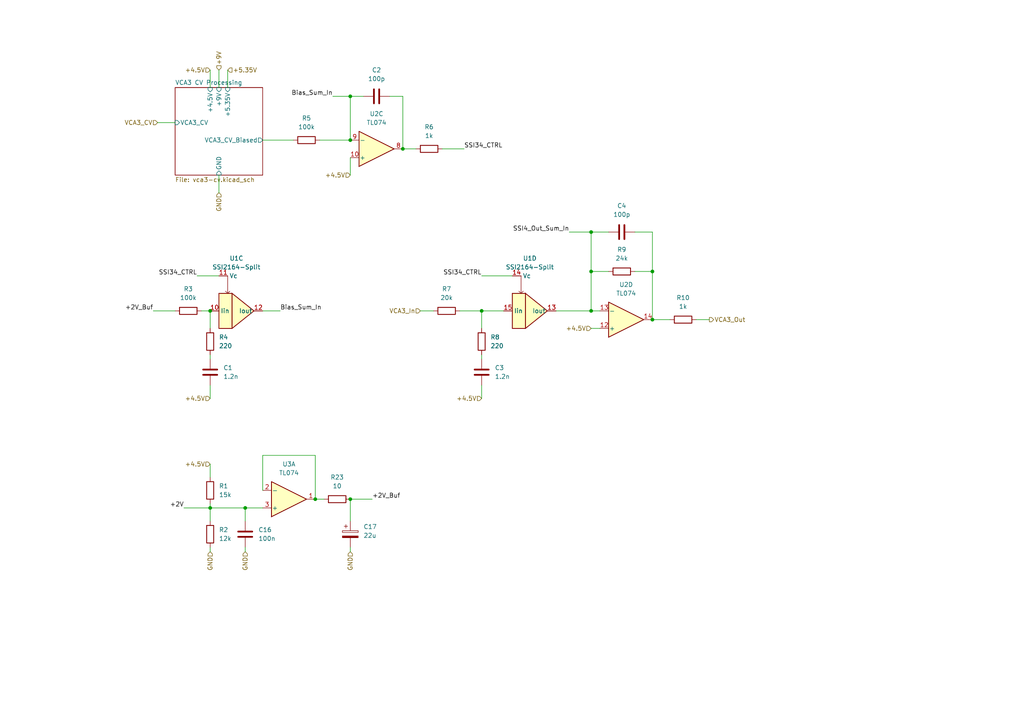
<source format=kicad_sch>
(kicad_sch (version 20211123) (generator eeschema)
  (paper "A4")
  (lib_symbols
    (symbol "Amplifier_Operational:TL074" (pin_names (offset 0.127))
      (property "Reference" "U" (at 0 5.08 0))
      (property "Value" "TL074" (at 0 -5.08 0))
      (symbol "TL074_1_1"
        (polyline (pts (xy -5.08 5.08) (xy 5.08 0) (xy -5.08 -5.08) (xy -5.08 5.08)) (stroke (width 0.254)) (fill (type background)))
        (pin output line (at 7.62 0 180) (length 2.54) (name "~") (number "1"))
        (pin input line (at -7.62 -2.54 0) (length 2.54) (name "-") (number "2"))
        (pin input line (at -7.62 2.54 0) (length 2.54) (name "+") (number "3"))
      )
      (symbol "TL074_2_1"
        (polyline (pts (xy -5.08 5.08) (xy 5.08 0) (xy -5.08 -5.08) (xy -5.08 5.08)) (stroke (width 0.254)) (fill (type background)))
        (pin input line (at -7.62 2.54 0) (length 2.54) (name "+") (number "5"))
        (pin input line (at -7.62 -2.54 0) (length 2.54) (name "-") (number "6"))
        (pin output line (at 7.62 0 180) (length 2.54) (name "~") (number "7"))
      )
      (symbol "TL074_3_1"
        (polyline (pts (xy -5.08 5.08) (xy 5.08 0) (xy -5.08 -5.08) (xy -5.08 5.08)) (stroke (width 0.254)) (fill (type background)))
        (pin input line (at -7.62 2.54 0) (length 2.54) (name "+") (number "10"))
        (pin output line (at 7.62 0 180) (length 2.54) (name "~") (number "8"))
        (pin input line (at -7.62 -2.54 0) (length 2.54) (name "-") (number "9"))
      )
      (symbol "TL074_4_1"
        (polyline (pts (xy -5.08 5.08) (xy 5.08 0) (xy -5.08 -5.08) (xy -5.08 5.08)) (stroke (width 0.254)) (fill (type background)))
        (pin input line (at -7.62 2.54 0) (length 2.54) (name "+") (number "12"))
        (pin input line (at -7.62 -2.54 0) (length 2.54) (name "-") (number "13"))
        (pin output line (at 7.62 0 180) (length 2.54) (name "~") (number "14"))
      )
      (symbol "TL074_5_1"
        (pin power_in line (at -2.54 -7.62 90) (length 3.81) (name "V-") (number "11"))
        (pin power_in line (at -2.54 7.62 270) (length 3.81) (name "V+") (number "4"))
      )
    )
    (symbol "Device:C" (pin_numbers hide) (pin_names (offset 0.254))
      (property "Reference" "C" (at 0.635 2.54 0))
      (property "Value" "C" (at 0.635 -2.54 0))
      (symbol "C_0_1"
        (polyline (pts (xy -2.032 -0.762) (xy 2.032 -0.762)) (stroke (width 0.508)))
        (polyline (pts (xy -2.032 0.762) (xy 2.032 0.762)) (stroke (width 0.508)))
      )
      (symbol "C_1_1"
        (pin passive line (at 0 3.81 270) (length 2.794) (name "~") (number "1"))
        (pin passive line (at 0 -3.81 90) (length 2.794) (name "~") (number "2"))
      )
    )
    (symbol "Device:C_Polarized" (pin_numbers hide) (pin_names (offset 0.254))
      (property "Reference" "C" (at 0.635 2.54 0))
      (property "Value" "C_Polarized" (at 0.635 -2.54 0))
      (symbol "C_Polarized_0_1"
        (rectangle (start -2.286 0.508) (end 2.286 1.016))
        (polyline (pts (xy -1.778 2.286) (xy -0.762 2.286)))
        (polyline (pts (xy -1.27 2.794) (xy -1.27 1.778)))
        (rectangle (start 2.286 -0.508) (end -2.286 -1.016) (fill (type outline)))
      )
      (symbol "C_Polarized_1_1"
        (pin passive line (at 0 3.81 270) (length 2.794) (name "~") (number "1"))
        (pin passive line (at 0 -3.81 90) (length 2.794) (name "~") (number "2"))
      )
    )
    (symbol "Device:R" (pin_numbers hide) (pin_names (offset 0))
      (property "Reference" "R" (at 2.032 0 90))
      (property "Value" "R" (at 0 0 90))
      (symbol "R_0_1"
        (rectangle (start -1.016 -2.54) (end 1.016 2.54) (stroke (width 0.254)))
      )
      (symbol "R_1_1"
        (pin passive line (at 0 3.81 270) (length 1.27) (name "~") (number "1"))
        (pin passive line (at 0 -3.81 90) (length 1.27) (name "~") (number "2"))
      )
    )
    (symbol "pedals:SSI2164-Split"
      (property "Reference" "U" (at 0 15.24 0))
      (property "Value" "SSI2164-Split" (at -7.62 -7.62 0))
      (symbol "SSI2164-Split_1_1"
        (polyline (pts (xy -2.54 5.08) (xy -3.175 5.715)))
        (polyline (pts (xy -2.54 5.08) (xy -1.905 5.715)))
        (polyline (pts (xy -2.54 10.16) (xy -2.54 5.08)))
        (polyline (pts (xy -1.27 5.08) (xy -5.08 5.08) (xy -5.08 -5.08) (xy -1.27 -5.08)) (stroke (width 0.254)) (fill (type background)))
        (polyline (pts (xy -1.27 5.08) (xy 5.08 0) (xy -1.27 -5.08) (xy -1.27 5.08)) (stroke (width 0.254)) (fill (type background)))
        (pin input line (at -7.62 0 0) (length 2.54) (name "Iin") (number "2"))
        (pin input line (at -5.08 10.16 0) (length 2.54) (name "Vc") (number "3"))
        (pin output line (at 7.62 0 180) (length 2.54) (name "Iout") (number "4"))
      )
      (symbol "SSI2164-Split_2_1"
        (polyline (pts (xy -2.54 5.08) (xy -3.175 5.715)))
        (polyline (pts (xy -2.54 5.08) (xy -1.905 5.715)))
        (polyline (pts (xy -2.54 10.16) (xy -2.54 5.08)))
        (polyline (pts (xy -1.27 5.08) (xy -5.08 5.08) (xy -5.08 -5.08) (xy -1.27 -5.08)) (stroke (width 0.254)) (fill (type background)))
        (polyline (pts (xy -1.27 5.08) (xy 5.08 0) (xy -1.27 -5.08) (xy -1.27 5.08)) (stroke (width 0.254)) (fill (type background)))
        (pin output line (at 7.62 0 180) (length 2.54) (name "Iout") (number "5"))
        (pin input line (at -5.08 10.16 0) (length 2.54) (name "Vc") (number "6"))
        (pin input line (at -7.62 0 0) (length 2.54) (name "Iin") (number "7"))
      )
      (symbol "SSI2164-Split_3_1"
        (polyline (pts (xy -2.54 5.08) (xy -3.175 5.715)))
        (polyline (pts (xy -2.54 5.08) (xy -1.905 5.715)))
        (polyline (pts (xy -2.54 10.16) (xy -2.54 5.08)))
        (polyline (pts (xy -1.27 5.08) (xy -5.08 5.08) (xy -5.08 -5.08) (xy -1.27 -5.08)) (stroke (width 0.254)) (fill (type background)))
        (polyline (pts (xy -1.27 5.08) (xy 5.08 0) (xy -1.27 -5.08) (xy -1.27 5.08)) (stroke (width 0.254)) (fill (type background)))
        (pin input line (at -7.62 0 0) (length 2.54) (name "Iin") (number "10"))
        (pin input line (at -5.08 10.16 0) (length 2.54) (name "Vc") (number "11"))
        (pin output line (at 7.62 0 180) (length 2.54) (name "Iout") (number "12"))
      )
      (symbol "SSI2164-Split_4_1"
        (polyline (pts (xy -2.54 5.08) (xy -3.175 5.715)))
        (polyline (pts (xy -2.54 5.08) (xy -1.905 5.715)))
        (polyline (pts (xy -2.54 10.16) (xy -2.54 5.08)))
        (polyline (pts (xy -1.27 5.08) (xy -5.08 5.08) (xy -5.08 -5.08) (xy -1.27 -5.08)) (stroke (width 0.254)) (fill (type background)))
        (polyline (pts (xy -1.27 5.08) (xy 5.08 0) (xy -1.27 -5.08) (xy -1.27 5.08)) (stroke (width 0.254)) (fill (type background)))
        (pin output line (at 7.62 0 180) (length 2.54) (name "Iout") (number "13"))
        (pin input line (at -5.08 10.16 0) (length 2.54) (name "Vc") (number "14"))
        (pin input line (at -7.62 0 0) (length 2.54) (name "Iin") (number "15"))
      )
      (symbol "SSI2164-Split_5_1"
        (pin input line (at 2.54 7.62 270) (length 3.81) (name "Mode") (number "1"))
        (pin power_in line (at -2.54 7.62 270) (length 3.81) (name "V+") (number "16"))
        (pin power_in line (at -7.62 -7.62 90) (length 3.81) (name "GND") (number "8"))
        (pin power_in line (at -2.54 -7.62 90) (length 3.81) (name "V-") (number "9"))
      )
    )
  )
  (junction (at 139.7 90.17))
  (junction (at 171.45 78.74))
  (junction (at 101.6 27.94))
  (junction (at 101.6 40.64))
  (junction (at 171.45 67.31))
  (junction (at 71.12 147.32))
  (junction (at 101.6 144.78))
  (junction (at 60.96 90.17))
  (junction (at 189.23 92.71))
  (junction (at 189.23 78.74))
  (junction (at 60.96 147.32))
  (junction (at 116.84 43.18))
  (junction (at 91.44 144.78))
  (junction (at 171.45 90.17))
  (wire (pts (xy 101.6 158.75) (xy 101.6 160.02)))
  (wire (pts (xy 201.93 92.71) (xy 205.74 92.71)))
  (wire (pts (xy 60.96 146.05) (xy 60.96 147.32)))
  (wire (pts (xy 139.7 80.01) (xy 148.59 80.01)))
  (wire (pts (xy 76.2 142.24) (xy 76.2 132.08)))
  (wire (pts (xy 105.41 27.94) (xy 101.6 27.94)))
  (wire (pts (xy 60.96 147.32) (xy 71.12 147.32)))
  (wire (pts (xy 139.7 102.87) (xy 139.7 104.14)))
  (wire (pts (xy 139.7 111.76) (xy 139.7 115.57)))
  (wire (pts (xy 57.15 80.01) (xy 63.5 80.01)))
  (wire (pts (xy 184.15 67.31) (xy 189.23 67.31)))
  (wire (pts (xy 76.2 90.17) (xy 81.28 90.17)))
  (wire (pts (xy 45.72 35.56) (xy 50.8 35.56)))
  (wire (pts (xy 116.84 27.94) (xy 116.84 43.18)))
  (wire (pts (xy 101.6 27.94) (xy 101.6 40.64)))
  (wire (pts (xy 60.96 20.32) (xy 60.96 25.4)))
  (wire (pts (xy 91.44 144.78) (xy 93.98 144.78)))
  (wire (pts (xy 176.53 67.31) (xy 171.45 67.31)))
  (wire (pts (xy 139.7 90.17) (xy 146.05 90.17)))
  (wire (pts (xy 44.45 90.17) (xy 50.8 90.17)))
  (wire (pts (xy 171.45 95.25) (xy 173.99 95.25)))
  (wire (pts (xy 71.12 147.32) (xy 76.2 147.32)))
  (wire (pts (xy 60.96 151.13) (xy 60.96 147.32)))
  (wire (pts (xy 165.1 67.31) (xy 171.45 67.31)))
  (wire (pts (xy 101.6 144.78) (xy 107.95 144.78)))
  (wire (pts (xy 96.52 27.94) (xy 101.6 27.94)))
  (wire (pts (xy 139.7 95.25) (xy 139.7 90.17)))
  (wire (pts (xy 189.23 78.74) (xy 189.23 92.71)))
  (wire (pts (xy 171.45 78.74) (xy 171.45 90.17)))
  (wire (pts (xy 133.35 90.17) (xy 139.7 90.17)))
  (wire (pts (xy 63.5 50.8) (xy 63.5 55.88)))
  (wire (pts (xy 71.12 158.75) (xy 71.12 160.02)))
  (wire (pts (xy 184.15 78.74) (xy 189.23 78.74)))
  (wire (pts (xy 189.23 67.31) (xy 189.23 78.74)))
  (wire (pts (xy 66.04 20.32) (xy 66.04 25.4)))
  (wire (pts (xy 76.2 132.08) (xy 91.44 132.08)))
  (wire (pts (xy 113.03 27.94) (xy 116.84 27.94)))
  (wire (pts (xy 176.53 78.74) (xy 171.45 78.74)))
  (wire (pts (xy 92.71 40.64) (xy 101.6 40.64)))
  (wire (pts (xy 71.12 147.32) (xy 71.12 151.13)))
  (wire (pts (xy 116.84 43.18) (xy 120.65 43.18)))
  (wire (pts (xy 60.96 111.76) (xy 60.96 115.57)))
  (wire (pts (xy 60.96 102.87) (xy 60.96 104.14)))
  (wire (pts (xy 171.45 67.31) (xy 171.45 78.74)))
  (wire (pts (xy 58.42 90.17) (xy 60.96 90.17)))
  (wire (pts (xy 60.96 134.62) (xy 60.96 138.43)))
  (wire (pts (xy 161.29 90.17) (xy 171.45 90.17)))
  (wire (pts (xy 121.92 90.17) (xy 125.73 90.17)))
  (wire (pts (xy 171.45 90.17) (xy 173.99 90.17)))
  (wire (pts (xy 189.23 92.71) (xy 194.31 92.71)))
  (wire (pts (xy 91.44 132.08) (xy 91.44 144.78)))
  (wire (pts (xy 60.96 90.17) (xy 60.96 95.25)))
  (wire (pts (xy 63.5 20.32) (xy 63.5 25.4)))
  (wire (pts (xy 60.96 158.75) (xy 60.96 160.02)))
  (wire (pts (xy 101.6 45.72) (xy 101.6 50.8)))
  (wire (pts (xy 128.27 43.18) (xy 134.62 43.18)))
  (wire (pts (xy 53.34 147.32) (xy 60.96 147.32)))
  (wire (pts (xy 76.2 40.64) (xy 85.09 40.64)))
  (wire (pts (xy 101.6 144.78) (xy 101.6 151.13)))
  (label "SSI34_CTRL" (at 57.15 80.01 180))
  (label "Bias_Sum_In" (at 81.28 90.17 0))
  (label "Bias_Sum_In" (at 96.52 27.94 180))
  (label "SSI4_Out_Sum_In" (at 165.1 67.31 180))
  (label "+2V_Buf" (at 44.45 90.17 180))
  (label "SSI34_CTRL" (at 139.7 80.01 180))
  (label "+2V_Buf" (at 107.95 144.78 0))
  (label "SSI34_CTRL" (at 134.62 43.18 0))
  (label "+2V" (at 53.34 147.32 180))
  (hierarchical_label "VCA3_Out" (shape output) (at 205.74 92.71 0))
  (hierarchical_label "GND" (shape input) (at 101.6 160.02 270))
  (hierarchical_label "GND" (shape input) (at 71.12 160.02 270))
  (hierarchical_label "+4.5V" (shape input) (at 60.96 115.57 180))
  (hierarchical_label "+4.5V" (shape input) (at 171.45 95.25 180))
  (hierarchical_label "GND" (shape input) (at 60.96 160.02 270))
  (hierarchical_label "VCA3_CV" (shape input) (at 45.72 35.56 180))
  (hierarchical_label "GND" (shape input) (at 63.5 55.88 270))
  (hierarchical_label "+4.5V" (shape input) (at 139.7 115.57 180))
  (hierarchical_label "+5.35V" (shape input) (at 66.04 20.32 0))
  (hierarchical_label "+9V" (shape input) (at 63.5 20.32 90))
  (hierarchical_label "+4.5V" (shape input) (at 60.96 20.32 180))
  (hierarchical_label "VCA3_In" (shape input) (at 121.92 90.17 180))
  (hierarchical_label "+4.5V" (shape input) (at 101.6 50.8 180))
  (hierarchical_label "+4.5V" (shape input) (at 60.96 134.62 180))
  (symbol (lib_id "Device:R") (at 124.46 43.18 90) (unit 1)
    (property "Reference" "R6" (at 124.46 36.83 90))
    (property "Value" "1k" (at 124.46 39.37 90))
    (property "Footprint" "Resistor_SMD:R_0603_1608Metric_Pad0.98x0.95mm_HandSolder" (effects hide))
    (property "LCSC" "C21190" (effects hide))
  )
  (symbol (lib_id "Device:C") (at 139.7 107.95 180) (unit 1)
    (property "Reference" "C3" (at 143.51 106.6799 0) (effects (justify right)))
    (property "Value" "1.2n" (at 143.51 109.2199 0) (effects (justify right)))
    (property "Footprint" "Capacitor_SMD:C_0603_1608Metric_Pad1.08x0.95mm_HandSolder" (effects hide))
    (property "LCSC" "C576816" (effects hide))
  )
  (symbol (lib_id "Device:R") (at 97.79 144.78 270) (unit 1)
    (property "Reference" "R23" (at 97.79 138.43 90))
    (property "Value" "10" (at 97.79 140.97 90))
    (property "Footprint" "Resistor_SMD:R_0603_1608Metric_Pad0.98x0.95mm_HandSolder" (effects hide))
    (property "LCSC" "C22859" (effects hide))
  )
  (symbol (lib_id "Device:R") (at 60.96 154.94 180) (unit 1)
    (property "Reference" "R2" (at 63.5 153.6699 0) (effects (justify right)))
    (property "Value" "12k" (at 63.5 156.2099 0) (effects (justify right)))
    (property "Footprint" "Resistor_SMD:R_0603_1608Metric_Pad0.98x0.95mm_HandSolder" (effects hide))
    (property "LCSC" "C22790" (effects hide))
  )
  (symbol (lib_id "Device:R") (at 88.9 40.64 90) (unit 1)
    (property "Reference" "R5" (at 88.9 34.29 90))
    (property "Value" "100k" (at 88.9 36.83 90))
    (property "Footprint" "Resistor_SMD:R_0603_1608Metric_Pad0.98x0.95mm_HandSolder" (effects hide))
    (property "LCSC" "C25803" (effects hide))
  )
  (symbol (lib_id "Amplifier_Operational:TL074") (at 109.22 43.18 0) (mirror x) (unit 3)
    (property "Reference" "U2" (at 109.22 33.02 0))
    (property "Value" "TL074" (at 109.22 35.56 0))
    (property "Footprint" "Package_SO:SOIC-14_3.9x8.7mm_P1.27mm" (effects hide))
    (property "Datasheet" "http://www.ti.com/lit/ds/symlink/tl071.pdf" (effects hide))
    (property "LCSC" "C6963" (effects hide))
  )
  (symbol (lib_id "Device:R") (at 139.7 99.06 180) (unit 1)
    (property "Reference" "R8" (at 142.24 97.7899 0) (effects (justify right)))
    (property "Value" "220" (at 142.24 100.3299 0) (effects (justify right)))
    (property "Footprint" "Resistor_SMD:R_0603_1608Metric_Pad0.98x0.95mm_HandSolder" (effects hide))
    (property "LCSC" "C22962" (effects hide))
  )
  (symbol (lib_id "pedals:SSI2164-Split") (at 68.58 90.17 0) (unit 3)
    (property "Reference" "U1" (at 68.58 74.93 0))
    (property "Value" "SSI2164-Split" (at 68.58 77.47 0))
    (property "Footprint" "Package_SO:SOIC-16_3.9x9.9mm_P1.27mm" (effects hide))
    (property "Datasheet" "https://www.soundsemiconductor.com/downloads/ssi2164datasheet.pdf" (effects hide))
  )
  (symbol (lib_id "Device:C") (at 180.34 67.31 270) (unit 1)
    (property "Reference" "C4" (at 180.34 59.69 90))
    (property "Value" "100p" (at 180.34 62.23 90))
    (property "Footprint" "Capacitor_SMD:C_0603_1608Metric_Pad1.08x0.95mm_HandSolder" (effects hide))
    (property "LCSC" "C160903" (effects hide))
  )
  (symbol (lib_id "Amplifier_Operational:TL074") (at 181.61 92.71 0) (mirror x) (unit 4)
    (property "Reference" "U2" (at 181.61 82.55 0))
    (property "Value" "TL074" (at 181.61 85.09 0))
    (property "Footprint" "Package_SO:SOIC-14_3.9x8.7mm_P1.27mm" (effects hide))
    (property "Datasheet" "http://www.ti.com/lit/ds/symlink/tl071.pdf" (effects hide))
    (property "LCSC" "C6963" (effects hide))
  )
  (symbol (lib_id "Device:R") (at 60.96 99.06 180) (unit 1)
    (property "Reference" "R4" (at 63.5 97.7899 0) (effects (justify right)))
    (property "Value" "220" (at 63.5 100.3299 0) (effects (justify right)))
    (property "Footprint" "Resistor_SMD:R_0603_1608Metric_Pad0.98x0.95mm_HandSolder" (effects hide))
    (property "LCSC" "C22962" (effects hide))
  )
  (symbol (lib_id "Device:C") (at 109.22 27.94 90) (unit 1)
    (property "Reference" "C2" (at 109.22 20.32 90))
    (property "Value" "100p" (at 109.22 22.86 90))
    (property "Footprint" "Capacitor_SMD:C_0603_1608Metric_Pad1.08x0.95mm_HandSolder" (effects hide))
    (property "LCSC" "C160903" (effects hide))
  )
  (symbol (lib_id "Device:R") (at 129.54 90.17 90) (unit 1)
    (property "Reference" "R7" (at 129.54 83.82 90))
    (property "Value" "20k" (at 129.54 86.36 90))
    (property "Footprint" "Resistor_SMD:R_0603_1608Metric_Pad0.98x0.95mm_HandSolder" (effects hide))
    (property "LCSC" "C4184" (effects hide))
  )
  (symbol (lib_id "Device:R") (at 54.61 90.17 90) (unit 1)
    (property "Reference" "R3" (at 54.61 83.82 90))
    (property "Value" "100k" (at 54.61 86.36 90))
    (property "Footprint" "Resistor_SMD:R_0603_1608Metric_Pad0.98x0.95mm_HandSolder" (effects hide))
    (property "LCSC" "C25803" (effects hide))
  )
  (symbol (lib_id "Device:C_Polarized") (at 101.6 154.94 0) (unit 1)
    (property "Reference" "C17" (at 105.41 152.7809 0) (effects (justify left)))
    (property "Value" "22u" (at 105.41 155.3209 0) (effects (justify left)))
    (property "Footprint" "Capacitor_Tantalum_SMD:CP_EIA-3216-18_Kemet-A_Pad1.58x1.35mm_HandSolder" (effects hide))
    (property "LCSC" "C129272" (effects hide))
  )
  (symbol (lib_id "Device:C") (at 71.12 154.94 180) (unit 1)
    (property "Reference" "C16" (at 74.93 153.6699 0) (effects (justify right)))
    (property "Value" "100n" (at 74.93 156.2099 0) (effects (justify right)))
    (property "Footprint" "Capacitor_SMD:C_0603_1608Metric_Pad1.08x0.95mm_HandSolder" (effects hide))
    (property "LCSC" "C76711" (effects hide))
  )
  (symbol (lib_id "Device:R") (at 180.34 78.74 90) (unit 1)
    (property "Reference" "R9" (at 180.34 72.39 90))
    (property "Value" "24k" (at 180.34 74.93 90))
    (property "Footprint" "Resistor_SMD:R_0603_1608Metric_Pad0.98x0.95mm_HandSolder" (effects hide))
    (property "LCSC" "C23352" (effects hide))
  )
  (symbol (lib_id "Device:C") (at 60.96 107.95 180) (unit 1)
    (property "Reference" "C1" (at 64.77 106.6799 0) (effects (justify right)))
    (property "Value" "1.2n" (at 64.77 109.2199 0) (effects (justify right)))
    (property "Footprint" "Capacitor_SMD:C_0603_1608Metric_Pad1.08x0.95mm_HandSolder" (effects hide))
    (property "LCSC" "C576816" (effects hide))
  )
  (symbol (lib_id "Device:R") (at 198.12 92.71 90) (unit 1)
    (property "Reference" "R10" (at 198.12 86.36 90))
    (property "Value" "1k" (at 198.12 88.9 90))
    (property "Footprint" "Resistor_SMD:R_0603_1608Metric_Pad0.98x0.95mm_HandSolder" (effects hide))
    (property "LCSC" "C21190" (effects hide))
  )
  (symbol (lib_id "Amplifier_Operational:TL074") (at 83.82 144.78 0) (mirror x) (unit 1)
    (property "Reference" "U3" (at 83.82 134.62 0))
    (property "Value" "TL074" (at 83.82 137.16 0))
    (property "Footprint" "Package_SO:SOIC-14_3.9x8.7mm_P1.27mm" (effects hide))
    (property "Datasheet" "http://www.ti.com/lit/ds/symlink/tl071.pdf" (effects hide))
    (property "LCSC" "C6963" (effects hide))
  )
  (symbol (lib_id "pedals:SSI2164-Split") (at 153.67 90.17 0) (unit 4)
    (property "Reference" "U1" (at 153.67 74.93 0))
    (property "Value" "SSI2164-Split" (at 153.67 77.47 0))
    (property "Footprint" "Package_SO:SOIC-16_3.9x9.9mm_P1.27mm" (effects hide))
    (property "Datasheet" "https://www.soundsemiconductor.com/downloads/ssi2164datasheet.pdf" (effects hide))
  )
  (symbol (lib_id "Device:R") (at 60.96 142.24 180) (unit 1)
    (property "Reference" "R1" (at 63.5 140.9699 0) (effects (justify right)))
    (property "Value" "15k" (at 63.5 143.5099 0) (effects (justify right)))
    (property "Footprint" "Resistor_SMD:R_0603_1608Metric_Pad0.98x0.95mm_HandSolder" (effects hide))
    (property "LCSC" "C22809" (effects hide))
  )
  (sheet (at 50.8 25.4) (size 25.4 25.4) (stroke (width 0.1524))
    (property "Sheet name" "VCA3 CV Processing" (at 50.8 24.6884 0) (effects (justify left bottom)))
    (property "Sheet file" "vca3-cv.kicad_sch" (at 50.8 51.3846 0) (effects (justify left top)))
    (pin "GND" input (at 63.5 50.8 270))
    (pin "VCA3_CV" input (at 50.8 35.56 180))
    (pin "+9V" input (at 63.5 25.4 90))
    (pin "+4.5V" input (at 60.96 25.4 90))
    (pin "VCA3_CV_Biased" output (at 76.2 40.64 0))
    (pin "+5.35V" input (at 66.04 25.4 90))
  )
)
</source>
